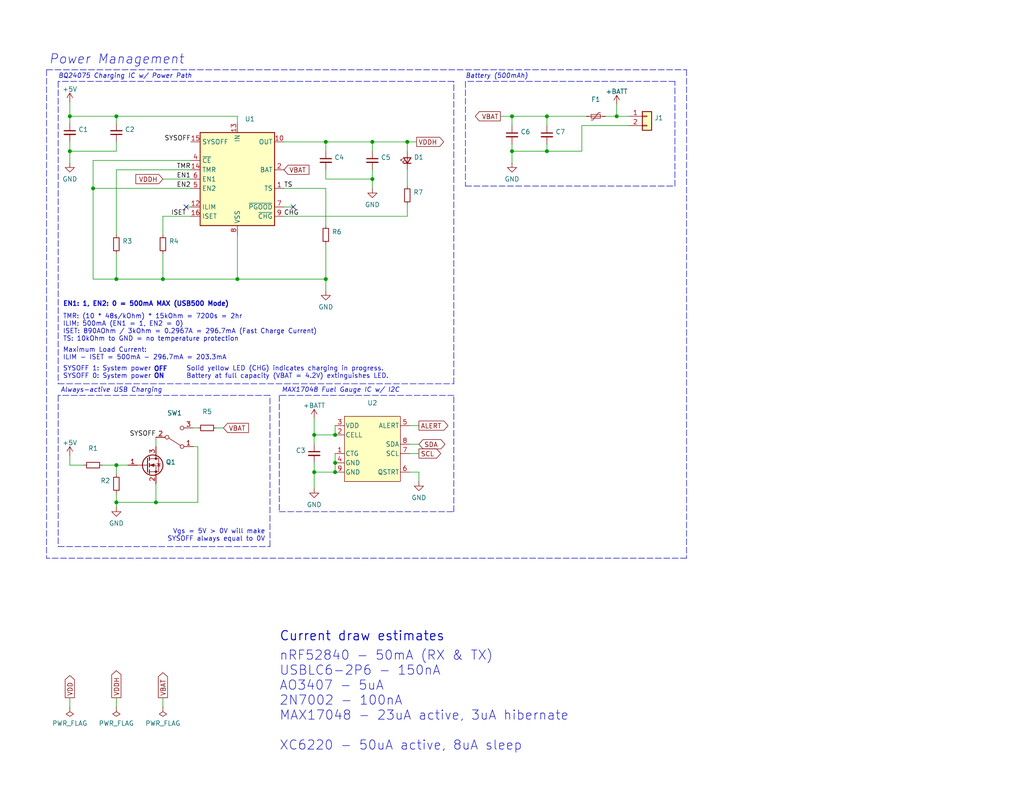
<source format=kicad_sch>
(kicad_sch (version 20211123) (generator eeschema)
  (paper "USLetter")
  (lib_symbols
    (symbol "Battery_Management:BQ24075RGT"
      (property "Reference" "U" (at -8.89 13.97 0))
      (property "Value" "BQ24075RGT" (at 16.51 13.97 0))
      (symbol "BQ24075RGT_0_1"
        (rectangle (start -10.16 12.7) (end 10.16 -12.7) (stroke (width 0.254)) (fill (type background)))
      )
      (symbol "BQ24075RGT_1_1"
        (pin passive line (at 12.7 -2.54 180) (length 2.54) (name "TS") (number "1"))
        (pin power_out line (at 12.7 10.16 180) (length 2.54) (name "OUT") (number "10"))
        (pin passive line (at 12.7 10.16 180) (length 2.54) hide (name "OUT") (number "11"))
        (pin passive line (at -12.7 -7.62 0) (length 2.54) (name "ILIM") (number "12"))
        (pin power_in line (at 0 15.24 270) (length 2.54) (name "IN") (number "13"))
        (pin input line (at -12.7 2.54 0) (length 2.54) (name "TMR") (number "14"))
        (pin input line (at -12.7 10.16 0) (length 2.54) (name "SYSOFF") (number "15"))
        (pin passive line (at -12.7 -10.16 0) (length 2.54) (name "ISET") (number "16"))
        (pin passive line (at 0 -15.24 90) (length 2.54) hide (name "VSS") (number "17"))
        (pin power_out line (at 12.7 2.54 180) (length 2.54) (name "BAT") (number "2"))
        (pin passive line (at 12.7 2.54 180) (length 2.54) hide (name "BAT") (number "3"))
        (pin input line (at -12.7 5.08 0) (length 2.54) (name "~{CE}") (number "4"))
        (pin input line (at -12.7 -2.54 0) (length 2.54) (name "EN2") (number "5"))
        (pin input line (at -12.7 0 0) (length 2.54) (name "EN1") (number "6"))
        (pin open_collector line (at 12.7 -7.62 180) (length 2.54) (name "~{PGOOD}") (number "7"))
        (pin power_in line (at 0 -15.24 90) (length 2.54) (name "VSS") (number "8"))
        (pin open_collector line (at 12.7 -10.16 180) (length 2.54) (name "~{CHG}") (number "9"))
      )
    )
    (symbol "Connector_Generic:Conn_01x02" (pin_names (offset 1.016) hide)
      (property "Reference" "J" (at 0 2.54 0))
      (property "Value" "Conn_01x02" (at 0 -5.08 0))
      (symbol "Conn_01x02_1_1"
        (rectangle (start -1.27 -2.413) (end 0 -2.667) (stroke (width 0.1524)))
        (rectangle (start -1.27 0.127) (end 0 -0.127) (stroke (width 0.1524)))
        (rectangle (start -1.27 1.27) (end 1.27 -3.81) (stroke (width 0.254)) (fill (type background)))
        (pin passive line (at -5.08 0 0) (length 3.81) (name "Pin_1") (number "1"))
        (pin passive line (at -5.08 -2.54 0) (length 3.81) (name "Pin_2") (number "2"))
      )
    )
    (symbol "Device:C_Small" (pin_numbers hide) (pin_names (offset 0.254) hide)
      (property "Reference" "C" (at 0.254 1.778 0))
      (property "Value" "C_Small" (at 0.254 -2.032 0))
      (symbol "C_Small_0_1"
        (polyline (pts (xy -1.524 -0.508) (xy 1.524 -0.508)) (stroke (width 0.3302)))
        (polyline (pts (xy -1.524 0.508) (xy 1.524 0.508)) (stroke (width 0.3048)))
      )
      (symbol "C_Small_1_1"
        (pin passive line (at 0 2.54 270) (length 2.032) (name "~") (number "1"))
        (pin passive line (at 0 -2.54 90) (length 2.032) (name "~") (number "2"))
      )
    )
    (symbol "Device:LED_Small" (pin_numbers hide) (pin_names (offset 0.254) hide)
      (property "Reference" "D" (at -1.27 3.175 0))
      (property "Value" "LED_Small" (at -4.445 -2.54 0))
      (symbol "LED_Small_0_1"
        (polyline (pts (xy -0.762 -1.016) (xy -0.762 1.016)) (stroke (width 0.254)))
        (polyline (pts (xy 1.016 0) (xy -0.762 0)))
        (polyline (pts (xy 0.762 -1.016) (xy -0.762 0) (xy 0.762 1.016) (xy 0.762 -1.016)) (stroke (width 0.254)))
        (polyline (pts (xy 0 0.762) (xy -0.508 1.27) (xy -0.254 1.27) (xy -0.508 1.27) (xy -0.508 1.016)))
        (polyline (pts (xy 0.508 1.27) (xy 0 1.778) (xy 0.254 1.778) (xy 0 1.778) (xy 0 1.524)))
      )
      (symbol "LED_Small_1_1"
        (pin passive line (at -2.54 0 0) (length 1.778) (name "K") (number "1"))
        (pin passive line (at 2.54 0 180) (length 1.778) (name "A") (number "2"))
      )
    )
    (symbol "Device:Polyfuse_Small" (pin_numbers hide) (pin_names (offset 0))
      (property "Reference" "F" (at -1.905 0 90))
      (property "Value" "Polyfuse_Small" (at 1.905 0 90))
      (symbol "Polyfuse_Small_0_1"
        (rectangle (start -0.508 1.27) (end 0.508 -1.27))
        (polyline (pts (xy 0 2.54) (xy 0 -2.54)))
        (polyline (pts (xy -1.016 1.27) (xy -1.016 0.762) (xy 1.016 -0.762) (xy 1.016 -1.27)))
      )
      (symbol "Polyfuse_Small_1_1"
        (pin passive line (at 0 2.54 270) (length 0.635) (name "~") (number "1"))
        (pin passive line (at 0 -2.54 90) (length 0.635) (name "~") (number "2"))
      )
    )
    (symbol "Device:R_Small" (pin_numbers hide) (pin_names (offset 0.254) hide)
      (property "Reference" "R" (at 0.762 0.508 0))
      (property "Value" "R_Small" (at 0.762 -1.016 0))
      (symbol "R_Small_0_1"
        (rectangle (start -0.762 1.778) (end 0.762 -1.778) (stroke (width 0.2032)))
      )
      (symbol "R_Small_1_1"
        (pin passive line (at 0 2.54 270) (length 0.762) (name "~") (number "1"))
        (pin passive line (at 0 -2.54 90) (length 0.762) (name "~") (number "2"))
      )
    )
    (symbol "Switch:SW_SPDT" (pin_names (offset 0) hide)
      (property "Reference" "SW" (at 0 4.318 0))
      (property "Value" "SW_SPDT" (at 0 -5.08 0))
      (symbol "SW_SPDT_0_0"
        (circle (center -2.032 0) (radius 0.508))
        (circle (center 2.032 -2.54) (radius 0.508))
      )
      (symbol "SW_SPDT_0_1"
        (polyline (pts (xy -1.524 0.254) (xy 1.651 2.286)))
        (circle (center 2.032 2.54) (radius 0.508))
      )
      (symbol "SW_SPDT_1_1"
        (pin passive line (at 5.08 2.54 180) (length 2.54) (name "A") (number "1"))
        (pin passive line (at -5.08 0 0) (length 2.54) (name "B") (number "2"))
        (pin passive line (at 5.08 -2.54 180) (length 2.54) (name "C") (number "3"))
      )
    )
    (symbol "Thanatos52:MAX17048" (pin_names (offset 0.254))
      (property "Reference" "U" (at 0 13.97 0))
      (property "Value" "MAX17048" (at 0 11.43 0))
      (symbol "MAX17048_0_1"
        (rectangle (start -7.62 8.89) (end 7.62 -8.89) (stroke (width 0.1524)) (fill (type background)))
      )
      (symbol "MAX17048_1_1"
        (pin input line (at -10.16 -1.27 0) (length 2.54) (name "CTG") (number "1"))
        (pin power_in line (at -10.16 3.81 0) (length 2.54) (name "CELL") (number "2"))
        (pin power_in line (at -10.16 6.35 0) (length 2.54) (name "VDD") (number "3"))
        (pin power_in line (at -10.16 -3.81 0) (length 2.54) (name "GND") (number "4"))
        (pin output line (at 10.16 6.35 180) (length 2.54) (name "ALERT") (number "5"))
        (pin input line (at 10.16 -6.35 180) (length 2.54) (name "QSTRT") (number "6"))
        (pin input line (at 10.16 -1.27 180) (length 2.54) (name "SCL") (number "7"))
        (pin bidirectional line (at 10.16 1.27 180) (length 2.54) (name "SDA") (number "8"))
        (pin power_in line (at -10.16 -6.35 0) (length 2.54) (name "GND") (number "9"))
      )
    )
    (symbol "Transistor_FET:AO3400A" (pin_names hide)
      (property "Reference" "Q" (at 5.08 1.905 0))
      (property "Value" "AO3400A" (at 5.08 0 0))
      (symbol "AO3400A_0_1"
        (polyline (pts (xy 0.254 0) (xy -2.54 0)))
        (polyline (pts (xy 0.254 1.905) (xy 0.254 -1.905)) (stroke (width 0.254)))
        (polyline (pts (xy 0.762 -1.27) (xy 0.762 -2.286)) (stroke (width 0.254)))
        (polyline (pts (xy 0.762 0.508) (xy 0.762 -0.508)) (stroke (width 0.254)))
        (polyline (pts (xy 0.762 2.286) (xy 0.762 1.27)) (stroke (width 0.254)))
        (polyline (pts (xy 2.54 2.54) (xy 2.54 1.778)))
        (polyline (pts (xy 2.54 -2.54) (xy 2.54 0) (xy 0.762 0)))
        (polyline (pts (xy 0.762 -1.778) (xy 3.302 -1.778) (xy 3.302 1.778) (xy 0.762 1.778)))
        (polyline (pts (xy 1.016 0) (xy 2.032 0.381) (xy 2.032 -0.381) (xy 1.016 0)) (fill (type outline)))
        (polyline (pts (xy 2.794 0.508) (xy 2.921 0.381) (xy 3.683 0.381) (xy 3.81 0.254)))
        (polyline (pts (xy 3.302 0.381) (xy 2.921 -0.254) (xy 3.683 -0.254) (xy 3.302 0.381)))
        (circle (center 1.651 0) (radius 2.794) (stroke (width 0.254)))
        (circle (center 2.54 -1.778) (radius 0.254) (fill (type outline)))
        (circle (center 2.54 1.778) (radius 0.254) (fill (type outline)))
      )
      (symbol "AO3400A_1_1"
        (pin input line (at -5.08 0 0) (length 2.54) (name "G") (number "1"))
        (pin passive line (at 2.54 -5.08 90) (length 2.54) (name "S") (number "2"))
        (pin passive line (at 2.54 5.08 270) (length 2.54) (name "D") (number "3"))
      )
    )
    (symbol "power:+5V" (power) (pin_names (offset 0))
      (property "Value" "+5V" (at 0 3.556 0))
      (symbol "+5V_0_1"
        (polyline (pts (xy -0.762 1.27) (xy 0 2.54)))
        (polyline (pts (xy 0 0) (xy 0 2.54)))
        (polyline (pts (xy 0 2.54) (xy 0.762 1.27)))
      )
      (symbol "+5V_1_1"
        (pin power_in line (at 0 0 90) (length 0) hide (name "+5V") (number "1"))
      )
    )
    (symbol "power:+BATT" (power) (pin_names (offset 0))
      (property "Value" "+BATT" (at 0 3.556 0))
      (symbol "+BATT_0_1"
        (polyline (pts (xy -0.762 1.27) (xy 0 2.54)))
        (polyline (pts (xy 0 0) (xy 0 2.54)))
        (polyline (pts (xy 0 2.54) (xy 0.762 1.27)))
      )
      (symbol "+BATT_1_1"
        (pin power_in line (at 0 0 90) (length 0) hide (name "+BATT") (number "1"))
      )
    )
    (symbol "power:GND" (power) (pin_names (offset 0))
      (property "Value" "GND" (at 0 -3.81 0))
      (symbol "GND_0_1"
        (polyline (pts (xy 0 0) (xy 0 -1.27) (xy 1.27 -1.27) (xy 0 -2.54) (xy -1.27 -1.27) (xy 0 -1.27)))
      )
      (symbol "GND_1_1"
        (pin power_in line (at 0 0 270) (length 0) hide (name "GND") (number "1"))
      )
    )
    (symbol "power:PWR_FLAG" (power) (pin_numbers hide) (pin_names (offset 0) hide)
      (property "Value" "PWR_FLAG" (at 0 3.81 0))
      (symbol "PWR_FLAG_0_0"
        (pin power_out line (at 0 0 90) (length 0) (name "pwr") (number "1"))
      )
      (symbol "PWR_FLAG_0_1"
        (polyline (pts (xy 0 0) (xy 0 1.27) (xy -1.016 1.905) (xy 0 2.54) (xy 1.016 1.905) (xy 0 1.27)))
      )
    )
  )
  (junction (at 31.75 76.2))
  (junction (at 139.7 41.275))
  (junction (at 31.75 137.16))
  (junction (at 31.75 127))
  (junction (at 101.6 38.735))
  (junction (at 31.75 31.75))
  (junction (at 91.44 126.365))
  (junction (at 19.05 31.75))
  (junction (at 149.225 31.75))
  (junction (at 149.225 41.275))
  (junction (at 91.44 128.905))
  (junction (at 91.44 118.745))
  (junction (at 88.9 38.735))
  (junction (at 44.45 76.2))
  (junction (at 168.275 31.75))
  (junction (at 85.725 118.745))
  (junction (at 88.9 76.2))
  (junction (at 64.77 76.2))
  (junction (at 42.545 137.16))
  (junction (at 25.4 51.435))
  (junction (at 139.7 31.75))
  (junction (at 85.725 128.905))
  (junction (at 111.125 38.735))
  (junction (at 101.6 48.895))
  (junction (at 19.05 41.275))
  (no_connect (at 50.8 56.515))
  (no_connect (at 80.01 56.515))
  (wire (pts (xy 42.545 137.16) (xy 53.975 137.16)))
  (wire (pts (xy 139.7 31.75) (xy 139.7 34.29)))
  (wire (pts (xy 25.4 76.2) (xy 31.75 76.2)))
  (wire (pts (xy 31.75 127) (xy 31.75 129.54)))
  (wire (pts (xy 85.725 114.3) (xy 85.725 118.745)))
  (wire (pts (xy 114.3 123.825) (xy 111.76 123.825)))
  (wire (pts (xy 64.77 64.135) (xy 64.77 76.2)))
  (wire (pts (xy 85.725 128.905) (xy 91.44 128.905)))
  (wire (pts (xy 44.45 48.895) (xy 52.07 48.895)))
  (wire (pts (xy 85.725 118.745) (xy 85.725 121.285)))
  (wire (pts (xy 114.3 121.285) (xy 111.76 121.285)))
  (wire (pts (xy 171.45 31.75) (xy 168.275 31.75)))
  (wire (pts (xy 88.9 48.895) (xy 88.9 46.355)))
  (wire (pts (xy 19.05 41.275) (xy 19.05 44.45)))
  (polyline (pts (xy 73.66 149.225) (xy 73.66 107.95)))
  (wire (pts (xy 85.725 126.365) (xy 85.725 128.905)))
  (wire (pts (xy 77.47 38.735) (xy 88.9 38.735)))
  (wire (pts (xy 88.9 76.2) (xy 88.9 79.375)))
  (wire (pts (xy 44.45 190.5) (xy 44.45 193.04)))
  (wire (pts (xy 101.6 38.735) (xy 111.125 38.735)))
  (wire (pts (xy 31.75 33.655) (xy 31.75 31.75)))
  (wire (pts (xy 85.725 118.745) (xy 91.44 118.745)))
  (wire (pts (xy 139.7 39.37) (xy 139.7 41.275)))
  (wire (pts (xy 42.545 119.38) (xy 42.545 121.92)))
  (wire (pts (xy 139.7 41.275) (xy 149.225 41.275)))
  (wire (pts (xy 158.75 34.29) (xy 158.75 41.275)))
  (wire (pts (xy 77.47 59.055) (xy 111.125 59.055)))
  (wire (pts (xy 25.4 43.815) (xy 52.07 43.815)))
  (wire (pts (xy 52.705 116.84) (xy 53.975 116.84)))
  (wire (pts (xy 111.125 50.8) (xy 111.125 46.355)))
  (wire (pts (xy 158.75 41.275) (xy 149.225 41.275)))
  (wire (pts (xy 19.05 31.75) (xy 31.75 31.75)))
  (wire (pts (xy 19.05 190.5) (xy 19.05 193.04)))
  (wire (pts (xy 19.05 38.735) (xy 19.05 41.275)))
  (wire (pts (xy 19.05 27.94) (xy 19.05 31.75)))
  (wire (pts (xy 91.44 126.365) (xy 91.44 128.905)))
  (wire (pts (xy 64.77 76.2) (xy 88.9 76.2)))
  (wire (pts (xy 31.75 127) (xy 34.925 127)))
  (wire (pts (xy 50.8 56.515) (xy 52.07 56.515)))
  (polyline (pts (xy 15.875 149.225) (xy 73.66 149.225)))
  (polyline (pts (xy 73.66 107.95) (xy 15.875 107.95)))
  (wire (pts (xy 59.055 116.84) (xy 60.96 116.84)))
  (wire (pts (xy 31.75 76.2) (xy 44.45 76.2)))
  (wire (pts (xy 101.6 38.735) (xy 101.6 41.275)))
  (wire (pts (xy 31.75 46.355) (xy 52.07 46.355)))
  (polyline (pts (xy 76.2 139.7) (xy 123.825 139.7)))
  (wire (pts (xy 111.125 38.735) (xy 113.665 38.735)))
  (polyline (pts (xy 127 50.8) (xy 184.15 50.8)))
  (wire (pts (xy 171.45 34.29) (xy 158.75 34.29)))
  (wire (pts (xy 31.75 137.16) (xy 31.75 138.43)))
  (polyline (pts (xy 123.825 139.7) (xy 123.825 107.95)))
  (wire (pts (xy 101.6 48.895) (xy 101.6 46.355)))
  (wire (pts (xy 114.3 128.905) (xy 111.76 128.905)))
  (wire (pts (xy 136.525 31.75) (xy 139.7 31.75)))
  (wire (pts (xy 80.01 56.515) (xy 77.47 56.515)))
  (polyline (pts (xy 123.825 104.775) (xy 123.825 22.225)))
  (polyline (pts (xy 15.875 22.225) (xy 15.875 104.775)))
  (wire (pts (xy 168.275 31.75) (xy 165.1 31.75)))
  (wire (pts (xy 88.9 66.675) (xy 88.9 76.2)))
  (polyline (pts (xy 127 22.225) (xy 127 50.8)))
  (wire (pts (xy 19.05 41.275) (xy 31.75 41.275)))
  (wire (pts (xy 25.4 51.435) (xy 52.07 51.435)))
  (polyline (pts (xy 76.2 107.95) (xy 76.2 139.7)))
  (wire (pts (xy 139.7 41.275) (xy 139.7 44.45)))
  (wire (pts (xy 85.725 128.905) (xy 85.725 133.35)))
  (wire (pts (xy 139.7 31.75) (xy 149.225 31.75)))
  (wire (pts (xy 101.6 48.895) (xy 88.9 48.895)))
  (wire (pts (xy 44.45 69.215) (xy 44.45 76.2)))
  (wire (pts (xy 19.05 124.46) (xy 19.05 127)))
  (wire (pts (xy 149.225 31.75) (xy 160.02 31.75)))
  (wire (pts (xy 25.4 51.435) (xy 25.4 76.2)))
  (wire (pts (xy 111.125 55.88) (xy 111.125 59.055)))
  (wire (pts (xy 31.75 134.62) (xy 31.75 137.16)))
  (wire (pts (xy 149.225 39.37) (xy 149.225 41.275)))
  (wire (pts (xy 91.44 123.825) (xy 91.44 126.365)))
  (wire (pts (xy 31.75 41.275) (xy 31.75 38.735)))
  (wire (pts (xy 31.75 64.135) (xy 31.75 46.355)))
  (wire (pts (xy 25.4 51.435) (xy 25.4 43.815)))
  (polyline (pts (xy 15.875 104.775) (xy 123.825 104.775)))
  (wire (pts (xy 114.3 116.205) (xy 111.76 116.205)))
  (polyline (pts (xy 184.15 50.8) (xy 184.15 22.225)))
  (wire (pts (xy 101.6 38.735) (xy 88.9 38.735)))
  (wire (pts (xy 91.44 116.205) (xy 91.44 118.745)))
  (wire (pts (xy 44.45 59.055) (xy 52.07 59.055)))
  (wire (pts (xy 88.9 51.435) (xy 88.9 61.595)))
  (wire (pts (xy 42.545 132.08) (xy 42.545 137.16)))
  (polyline (pts (xy 12.7 19.05) (xy 12.7 152.4)))
  (wire (pts (xy 31.75 190.5) (xy 31.75 193.04)))
  (wire (pts (xy 149.225 34.29) (xy 149.225 31.75)))
  (wire (pts (xy 27.94 127) (xy 31.75 127)))
  (wire (pts (xy 77.47 51.435) (xy 88.9 51.435)))
  (polyline (pts (xy 184.15 22.225) (xy 127 22.225)))
  (wire (pts (xy 19.05 127) (xy 22.86 127)))
  (wire (pts (xy 53.975 121.92) (xy 53.975 137.16)))
  (polyline (pts (xy 123.825 107.95) (xy 76.2 107.95)))
  (polyline (pts (xy 12.7 19.05) (xy 187.325 19.05)))
  (wire (pts (xy 52.705 121.92) (xy 53.975 121.92)))
  (wire (pts (xy 31.75 69.215) (xy 31.75 76.2)))
  (wire (pts (xy 88.9 38.735) (xy 88.9 41.275)))
  (wire (pts (xy 31.75 137.16) (xy 42.545 137.16)))
  (wire (pts (xy 44.45 59.055) (xy 44.45 64.135)))
  (wire (pts (xy 111.125 38.735) (xy 111.125 41.275)))
  (wire (pts (xy 101.6 48.895) (xy 101.6 51.435)))
  (wire (pts (xy 44.45 76.2) (xy 64.77 76.2)))
  (wire (pts (xy 19.05 31.75) (xy 19.05 33.655)))
  (polyline (pts (xy 187.325 152.4) (xy 12.7 152.4)))
  (polyline (pts (xy 123.825 22.225) (xy 15.875 22.225)))
  (wire (pts (xy 31.75 31.75) (xy 64.77 31.75)))
  (polyline (pts (xy 15.875 107.95) (xy 15.875 149.225)))
  (wire (pts (xy 64.77 31.75) (xy 64.77 33.655)))
  (polyline (pts (xy 187.325 19.05) (xy 187.325 152.4)))
  (wire (pts (xy 114.3 128.905) (xy 114.3 131.445)))
  (wire (pts (xy 168.275 28.575) (xy 168.275 31.75)))
  (text "Always-active USB Charging" (at 16.51 107.315 0) (effects (font (size 1.27 1.27) italic) (justify left bottom)))
  (text "EN1: 1, EN2: 0 = 500mA MAX (USB500 Mode)" (at 17.145 83.82 0) (effects (font (size 1.27 1.27) (thickness 0.254) bold) (justify left bottom)))
  (text "TMR: (10 * 48s/kOhm) * 15kOhm = 7200s = 2hr\nILIM: 500mA (EN1 = 1, EN2 = 0)\nISET: 890AOhm / 3kOhm = 0.2967A = 296.7mA (Fast Charge Current)\nTS: 10kOhm to GND = no temperature protection\n" (at 17.145 93.345 0) (effects (font (size 1.27 1.27)) (justify left bottom)))
  (text "MAX17048 Fuel Gauge IC w/ I2C" (at 76.835 107.315 0) (effects (font (size 1.27 1.27) italic) (justify left bottom)))
  (text "nRF52840 - 50mA (RX & TX)\nUSBLC6-2P6 - 150nA\nAO3407 - 5uA\n2N7002 - 100nA\nMAX17048 - 23uA active, 3uA hibernate\n\nXC6220 - 50uA active, 8uA sleep" (at 76.2 205.105 0) (effects (font (size 2.54 2.54)) (justify left bottom)))
  (text "BQ24075 Charging IC w/ Power Path" (at 15.875 21.59 0) (effects (font (size 1.27 1.27) italic) (justify left bottom)))
  (text "Maximum Load Current:\nILIM - ISET = 500mA - 296.7mA = 203.3mA" (at 17.145 98.425 0) (effects (font (size 1.27 1.27)) (justify left bottom)))
  (text "Battery (500mAh)" (at 127 21.59 0) (effects (font (size 1.27 1.27) italic) (justify left bottom)))
  (text "ON\n" (at 41.91 103.505 0) (effects (font (size 1.27 1.27) (thickness 0.254) bold) (justify left bottom)))
  (text "SYSOFF 1: System power\nSYSOFF 0: System power\n" (at 17.145 103.505 0) (effects (font (size 1.27 1.27)) (justify left bottom)))
  (text "Vgs = 5V > 0V will make\nSYSOFF always equal to 0V" (at 72.39 147.955 180) (effects (font (size 1.27 1.27)) (justify right bottom)))
  (text "Solid yellow LED (CHG) indicates charging in progress. \nBattery at full capacity (VBAT = 4.2V) extinguishes LED." (at 50.8 103.505 0) (effects (font (size 1.27 1.27)) (justify left bottom)))
  (text "Current draw estimates" (at 76.2 175.26 0) (effects (font (size 2.54 2.54) (thickness 0.254) bold) (justify left bottom)))
  (text "Power Management" (at 13.335 17.78 0) (effects (font (size 2.54 2.54) italic) (justify left bottom)))
  (text "OFF" (at 41.91 101.6 0) (effects (font (size 1.27 1.27) (thickness 0.254) bold) (justify left bottom)))
  (label "TS" (at 77.47 51.435 0))
  (label "TMR" (at 52.07 46.355 180))
  (label "ISET" (at 50.8 59.055 180))
  (label "EN1" (at 52.07 48.895 180))
  (label "SYSOFF" (at 42.545 119.38 180))
  (label "SYSOFF" (at 52.07 38.735 180))
  (label "CHG" (at 77.47 59.055 0))
  (label "EN2" (at 52.07 51.435 180))
  (global_label "ALERT" (shape output) (at 114.3 116.205 0) (property "Intersheet References" "${INTERSHEET_REFS}" (effects hide)))
  (global_label "VDD" (shape output) (at 19.05 190.5 90) (property "Intersheet References" "${INTERSHEET_REFS}" (effects hide)))
  (global_label "SCL" (shape output) (at 114.3 123.825 0) (property "Intersheet References" "${INTERSHEET_REFS}" (effects hide)))
  (global_label "VBAT" (shape output) (at 44.45 190.5 90) (property "Intersheet References" "${INTERSHEET_REFS}" (effects hide)))
  (global_label "VDDH" (shape output) (at 31.75 190.5 90) (property "Intersheet References" "${INTERSHEET_REFS}" (effects hide)))
  (global_label "VBAT" (shape input) (at 77.47 46.355 0) (property "Intersheet References" "${INTERSHEET_REFS}" (effects hide)))
  (global_label "SDA" (shape bidirectional) (at 114.3 121.285 0) (property "Intersheet References" "${INTERSHEET_REFS}" (effects hide)))
  (global_label "VBAT" (shape input) (at 60.96 116.84 0) (property "Intersheet References" "${INTERSHEET_REFS}" (effects hide)))
  (global_label "VDDH" (shape output) (at 113.665 38.735 0) (property "Intersheet References" "${INTERSHEET_REFS}" (effects hide)))
  (global_label "VBAT" (shape output) (at 136.525 31.75 180) (property "Intersheet References" "${INTERSHEET_REFS}" (effects hide)))
  (global_label "VDDH" (shape input) (at 44.45 48.895 180) (property "Intersheet References" "${INTERSHEET_REFS}" (effects hide)))
  (symbol (lib_id "Transistor_FET:AO3400A") (at 40.005 127 0) (unit 1)
    (property "Reference" "Q1" (at 45.212 126.1653 0) (effects (justify left)))
  )
  (symbol (lib_id "power:+BATT") (at 85.725 114.3 0) (mirror y) (unit 1)
    (property "Reference" "#PWR0104" (effects hide))
    (property "Value" "+BATT" (at 85.725 110.7242 0))
  )
  (symbol (lib_id "power:PWR_FLAG") (at 19.05 193.04 180) (unit 1)
    (property "Reference" "#FLG0101" (effects hide))
    (property "Value" "PWR_FLAG" (at 19.05 197.4834 0))
  )
  (symbol (lib_id "Switch:SW_SPDT") (at 47.625 119.38 0) (mirror x) (unit 1)
    (property "Reference" "SW1" (at 47.625 112.7592 0))
  )
  (symbol (lib_id "Device:C_Small") (at 139.7 36.83 0) (unit 1)
    (property "Reference" "C6" (at 142.0241 36.0016 0) (effects (justify left)))
  )
  (symbol (lib_id "Device:R_Small") (at 25.4 127 90) (unit 1)
    (property "Reference" "R1" (at 25.4 122.4112 90))
  )
  (symbol (lib_id "Thanatos52:MAX17048") (at 101.6 122.555 0) (unit 1)
    (property "Reference" "U2" (at 101.6 110.016 0))
  )
  (symbol (lib_id "Device:LED_Small") (at 111.125 43.815 90) (unit 1)
    (property "Reference" "D1" (at 112.903 42.9168 90) (effects (justify right)))
  )
  (symbol (lib_id "Device:R_Small") (at 31.75 66.675 180) (unit 1)
    (property "Reference" "R3" (at 33.401 65.8403 0) (effects (justify right)))
  )
  (symbol (lib_id "power:GND") (at 114.3 131.445 0) (unit 1)
    (property "Reference" "#PWR0110" (effects hide))
    (property "Value" "GND" (at 114.3 135.8884 0))
  )
  (symbol (lib_id "power:GND") (at 88.9 79.375 0) (unit 1)
    (property "Reference" "#PWR0106" (effects hide))
    (property "Value" "GND" (at 88.9 83.8184 0))
  )
  (symbol (lib_id "power:PWR_FLAG") (at 44.45 193.04 180) (unit 1)
    (property "Reference" "#FLG0107" (effects hide))
    (property "Value" "PWR_FLAG" (at 44.45 197.4834 0))
  )
  (symbol (lib_id "power:GND") (at 101.6 51.435 0) (mirror y) (unit 1)
    (property "Reference" "#PWR0107" (effects hide))
    (property "Value" "GND" (at 101.6 55.8784 0))
  )
  (symbol (lib_id "Device:R_Small") (at 88.9 64.135 180) (unit 1)
    (property "Reference" "R6" (at 90.551 63.3003 0) (effects (justify right)))
  )
  (symbol (lib_id "Device:Polyfuse_Small") (at 162.56 31.75 90) (unit 1)
    (property "Reference" "F1" (at 162.56 27.1612 90))
  )
  (symbol (lib_id "Device:C_Small") (at 101.6 43.815 0) (unit 1)
    (property "Reference" "C5" (at 103.9241 42.9866 0) (effects (justify left)))
  )
  (symbol (lib_id "power:GND") (at 31.75 138.43 0) (unit 1)
    (property "Reference" "#PWR0113" (effects hide))
    (property "Value" "GND" (at 31.75 142.8734 0))
  )
  (symbol (lib_id "power:+5V") (at 19.05 27.94 0) (unit 1)
    (property "Reference" "#PWR0101" (effects hide))
    (property "Value" "+5V" (at 19.05 24.3642 0))
  )
  (symbol (lib_id "power:GND") (at 139.7 44.45 0) (unit 1)
    (property "Reference" "#PWR0111" (effects hide))
    (property "Value" "GND" (at 139.7 48.8934 0))
  )
  (symbol (lib_id "power:PWR_FLAG") (at 31.75 193.04 180) (unit 1)
    (property "Reference" "#FLG0104" (effects hide))
    (property "Value" "PWR_FLAG" (at 31.75 197.4834 0))
  )
  (symbol (lib_id "Device:R_Small") (at 56.515 116.84 90) (unit 1)
    (property "Reference" "R5" (at 56.515 112.4036 90))
  )
  (symbol (lib_id "Battery_Management:BQ24075RGT") (at 64.77 48.895 0) (unit 1)
    (property "Reference" "U1" (at 66.7894 32.4952 0) (effects (justify left)))
    (property "Datasheet" "http://www.ti.com/lit/ds/symlink/bq24075.pdf" (effects hide))
  )
  (symbol (lib_id "Device:C_Small") (at 19.05 36.195 0) (unit 1)
    (property "Reference" "C1" (at 21.3741 35.3666 0) (effects (justify left)))
  )
  (symbol (lib_id "Device:C_Small") (at 88.9 43.815 0) (unit 1)
    (property "Reference" "C4" (at 91.2241 42.9866 0) (effects (justify left)))
  )
  (symbol (lib_id "Device:R_Small") (at 111.125 53.34 180) (unit 1)
    (property "Reference" "R7" (at 112.776 52.5053 0) (effects (justify right)))
  )
  (symbol (lib_id "Device:C_Small") (at 85.725 123.825 0) (mirror y) (unit 1)
    (property "Reference" "C3" (at 83.4009 122.9966 0) (effects (justify left)))
  )
  (symbol (lib_id "Device:C_Small") (at 149.225 36.83 0) (unit 1)
    (property "Reference" "C7" (at 151.5491 36.0016 0) (effects (justify left)))
  )
  (symbol (lib_id "power:+5V") (at 19.05 124.46 0) (unit 1)
    (property "Reference" "#PWR0112" (effects hide))
    (property "Value" "+5V" (at 19.05 120.8842 0))
  )
  (symbol (lib_id "Connector_Generic:Conn_01x02") (at 176.53 31.75 0) (unit 1)
    (property "Reference" "J1" (at 178.562 32.1853 0) (effects (justify left)))
  )
  (symbol (lib_id "Device:R_Small") (at 44.45 66.675 180) (unit 1)
    (property "Reference" "R4" (at 46.101 65.8403 0) (effects (justify right)))
  )
  (symbol (lib_id "power:GND") (at 85.725 133.35 0) (mirror y) (unit 1)
    (property "Reference" "#PWR0105" (effects hide))
    (property "Value" "GND" (at 85.725 137.7934 0))
  )
  (symbol (lib_id "power:GND") (at 19.05 44.45 0) (unit 1)
    (property "Reference" "#PWR0102" (effects hide))
    (property "Value" "GND" (at 19.05 48.8934 0))
  )
  (symbol (lib_id "Device:C_Small") (at 31.75 36.195 180) (unit 1)
    (property "Reference" "C2" (at 34.0741 35.3539 0) (effects (justify right)))
  )
  (symbol (lib_id "power:+BATT") (at 168.275 28.575 0) (unit 1)
    (property "Reference" "#PWR0108" (effects hide))
    (property "Value" "+BATT" (at 168.275 24.9992 0))
  )
  (symbol (lib_id "Device:R_Small") (at 31.75 132.08 0) (mirror x) (unit 1)
    (property "Reference" "R2" (at 30.099 131.2453 0) (effects (justify right)))
  )
)
</source>
